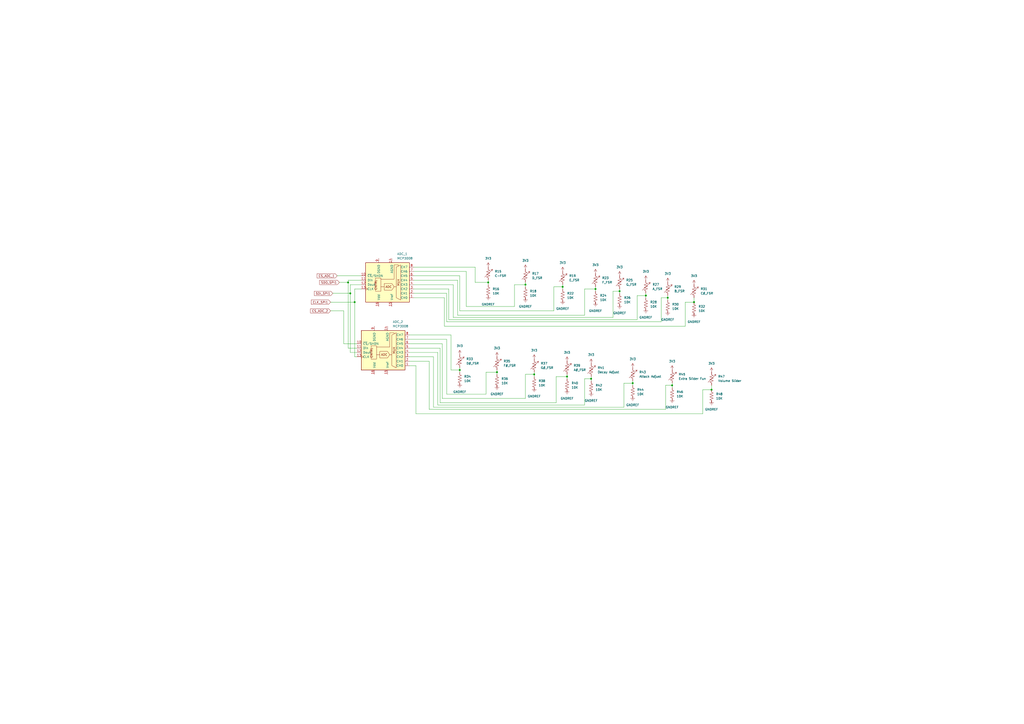
<source format=kicad_sch>
(kicad_sch (version 20231120) (generator "eeschema") (generator_version "8.0")
  (paper "A2")
  (lib_symbols
    (symbol "Analog_ADC:MCP3008" (pin_names (offset 1.016))
      (property "Reference" "U" (at -5.08 13.335 0))
      (property "Value" "MCP3008" (at -5.08 11.43 0))
      (symbol "MCP3008_0_0"
        (text "ADC" (at -0.635 1.27 0) (effects (font (size 1.27 1.27))))
        (text "CNTRL" (at 5.969 -2.921 900) (effects (font (size 1.27 1.27)) (justify left bottom)))
        (text "MUX" (at -6.35 -1.27 900) (effects (font (size 1.27 1.27))))
      )
      (symbol "MCP3008_0_1"
        (polyline (pts (xy -3.81 1.27) (xy -5.08 1.27)))
        (polyline (pts (xy 1.905 1.27) (xy 3.81 1.27)))
        (polyline (pts (xy -7.62 8.89) (xy -7.62 -11.43) (xy -5.08 -10.16) (xy -5.08 7.62) (xy -7.62 8.89)))
        (polyline (pts (xy 3.81 -3.175) (xy -3.81 -3.175) (xy -3.81 -11.43) (xy -6.35 -11.43) (xy -6.35 -10.795)))
        (polyline (pts (xy 1.905 3.175) (xy 1.905 -0.635) (xy -2.54 -0.635) (xy -3.81 1.27) (xy -2.54 3.175) (xy 1.905 3.175)))
        (rectangle (start 3.81 -3.81) (end 6.985 3.81))
        (rectangle (start 12.7 -12.7) (end -12.7 10.16) (stroke (width 0.254)) (fill (type background)))
      )
      (symbol "MCP3008_1_1"
        (pin input line (at -15.24 7.62 0) (length 2.54) (name "CH0") (number "1"))
        (pin input line (at 15.24 -5.08 180) (length 2.54) (name "~{CS}/SHDN") (number "10"))
        (pin input line (at 15.24 -2.54 180) (length 2.54) (name "Din") (number "11"))
        (pin output line (at 15.24 0 180) (length 2.54) (name "Dout") (number "12"))
        (pin input clock (at 15.24 2.54 180) (length 2.54) (name "CLK") (number "13"))
        (pin power_in line (at -2.54 -15.24 90) (length 2.54) (name "AGND") (number "14"))
        (pin power_in line (at -2.54 12.7 270) (length 2.54) (name "Vref") (number "15"))
        (pin power_in line (at 5.08 12.7 270) (length 2.54) (name "Vdd") (number "16"))
        (pin input line (at -15.24 5.08 0) (length 2.54) (name "CH1") (number "2"))
        (pin input line (at -15.24 2.54 0) (length 2.54) (name "CH2") (number "3"))
        (pin input line (at -15.24 0 0) (length 2.54) (name "CH3") (number "4"))
        (pin input line (at -15.24 -2.54 0) (length 2.54) (name "CH4") (number "5"))
        (pin input line (at -15.24 -5.08 0) (length 2.54) (name "CH5") (number "6"))
        (pin input line (at -15.24 -7.62 0) (length 2.54) (name "CH6") (number "7"))
        (pin input line (at -15.24 -10.16 0) (length 2.54) (name "CH7") (number "8"))
        (pin power_in line (at 5.08 -15.24 90) (length 2.54) (name "DGND") (number "9"))
      )
    )
    (symbol "Device:R_US" (pin_numbers hide) (pin_names (offset 0))
      (property "Reference" "R" (at 2.54 0 90))
      (property "Value" "R_US" (at -2.54 0 90))
      (symbol "R_US_0_1"
        (polyline (pts (xy 0 -2.286) (xy 0 -2.54)))
        (polyline (pts (xy 0 2.286) (xy 0 2.54)))
        (polyline (pts (xy 0 -0.762) (xy 1.016 -1.143) (xy 0 -1.524) (xy -1.016 -1.905) (xy 0 -2.286)))
        (polyline (pts (xy 0 0.762) (xy 1.016 0.381) (xy 0 0) (xy -1.016 -0.381) (xy 0 -0.762)))
        (polyline (pts (xy 0 2.286) (xy 1.016 1.905) (xy 0 1.524) (xy -1.016 1.143) (xy 0 0.762)))
      )
      (symbol "R_US_1_1"
        (pin passive line (at 0 3.81 270) (length 1.27) (name "~") (number "1"))
        (pin passive line (at 0 -3.81 90) (length 1.27) (name "~") (number "2"))
      )
    )
    (symbol "Device:R_Variable_US" (pin_numbers hide) (pin_names (offset 0))
      (property "Reference" "R" (at 2.54 -2.54 90))
      (property "Value" "R_Variable_US" (at -2.54 -1.27 90))
      (symbol "R_Variable_US_0_1"
        (polyline (pts (xy 0 -2.286) (xy 0 -2.54)))
        (polyline (pts (xy 0 2.286) (xy 0 2.54)))
        (polyline (pts (xy 0 -0.762) (xy 1.016 -1.143) (xy 0 -1.524) (xy -1.016 -1.905) (xy 0 -2.286)))
        (polyline (pts (xy 0 0.762) (xy 1.016 0.381) (xy 0 0) (xy -1.016 -0.381) (xy 0 -0.762)))
        (polyline (pts (xy 0 2.286) (xy 1.016 1.905) (xy 0 1.524) (xy -1.016 1.143) (xy 0 0.762)) (stroke (width 0.1524)))
        (polyline (pts (xy 2.286 1.524) (xy 2.54 2.54) (xy 1.524 2.286) (xy 2.54 2.54) (xy -2.032 -2.032)) (stroke (width 0.1524)))
      )
      (symbol "R_Variable_US_1_1"
        (pin passive line (at 0 3.81 270) (length 1.27) (name "~") (number "1"))
        (pin passive line (at 0 -3.81 90) (length 1.27) (name "~") (number "2"))
      )
    )
    (symbol "power:GNDREF" (power) (pin_numbers hide) (pin_names (offset 0) hide)
      (property "Value" "GNDREF" (at 0 -3.81 0))
      (symbol "GNDREF_0_1"
        (polyline (pts (xy -0.635 -1.905) (xy 0.635 -1.905)))
        (polyline (pts (xy -0.127 -2.54) (xy 0.127 -2.54)))
        (polyline (pts (xy 0 -1.27) (xy 0 0)))
        (polyline (pts (xy 1.27 -1.27) (xy -1.27 -1.27)))
      )
      (symbol "GNDREF_1_1"
        (pin power_in line (at 0 0 270) (length 0) (name "~") (number "1"))
      )
    )
    (symbol "power:VDD" (power) (pin_numbers hide) (pin_names (offset 0) hide)
      (property "Value" "VDD" (at 0 3.556 0))
      (symbol "VDD_0_1"
        (polyline (pts (xy -0.762 1.27) (xy 0 2.54)))
        (polyline (pts (xy 0 0) (xy 0 2.54)))
        (polyline (pts (xy 0 2.54) (xy 0.762 1.27)))
      )
      (symbol "VDD_1_1"
        (pin power_in line (at 0 0 90) (length 0) (name "~") (number "1"))
      )
    )
  )
  (junction (at 374.65 171.45))
  (junction (at 288.29 215.9))
  (junction (at 342.9 219.71))
  (junction (at 201.93 163.83))
  (junction (at 283.21 163.83))
  (junction (at 309.88 217.17))
  (junction (at 345.44 167.64))
  (junction (at 266.7 214.63))
  (junction (at 387.35 172.72))
  (junction (at 412.75 226.06))
  (junction (at 326.39 166.37))
  (junction (at 328.93 218.44))
  (junction (at 389.89 223.52))
  (junction (at 359.41 168.91))
  (junction (at 205.74 175.26))
  (junction (at 304.8 165.1))
  (junction (at 367.03 222.25))
  (junction (at 203.2 170.18))
  (junction (at 402.59 175.26))
  (wire (pts (xy 209.55 165.1) (xy 203.2 165.1)))
  (wire (pts (xy 383.54 172.72) (xy 387.35 172.72)))
  (wire (pts (xy 261.62 194.31) (xy 261.62 214.63)))
  (wire (pts (xy 257.81 189.23) (xy 397.51 189.23)))
  (wire (pts (xy 359.41 167.64) (xy 359.41 168.91)))
  (wire (pts (xy 196.85 163.83) (xy 201.93 163.83)))
  (wire (pts (xy 275.59 154.94) (xy 275.59 163.83)))
  (wire (pts (xy 270.51 177.8) (xy 298.45 177.8)))
  (wire (pts (xy 342.9 219.71) (xy 342.9 220.98)))
  (wire (pts (xy 328.93 218.44) (xy 328.93 219.71)))
  (wire (pts (xy 386.08 237.49) (xy 248.92 237.49)))
  (wire (pts (xy 240.03 172.72) (xy 257.81 172.72)))
  (wire (pts (xy 191.77 180.34) (xy 199.39 180.34)))
  (wire (pts (xy 386.08 223.52) (xy 389.89 223.52)))
  (wire (pts (xy 407.67 226.06) (xy 412.75 226.06)))
  (wire (pts (xy 322.58 233.68) (xy 255.27 233.68)))
  (wire (pts (xy 402.59 172.72) (xy 402.59 175.26)))
  (wire (pts (xy 281.94 215.9) (xy 288.29 215.9)))
  (wire (pts (xy 260.35 185.42) (xy 369.57 185.42)))
  (wire (pts (xy 367.03 222.25) (xy 367.03 223.52)))
  (wire (pts (xy 266.7 160.02) (xy 266.7 180.34)))
  (wire (pts (xy 322.58 218.44) (xy 328.93 218.44)))
  (wire (pts (xy 256.54 231.14) (xy 256.54 199.39)))
  (wire (pts (xy 283.21 163.83) (xy 283.21 165.1)))
  (wire (pts (xy 407.67 240.03) (xy 241.3 240.03)))
  (wire (pts (xy 387.35 172.72) (xy 387.35 173.99)))
  (wire (pts (xy 281.94 228.6) (xy 281.94 215.9)))
  (wire (pts (xy 283.21 162.56) (xy 283.21 163.83)))
  (wire (pts (xy 304.8 217.17) (xy 309.88 217.17)))
  (wire (pts (xy 321.31 166.37) (xy 326.39 166.37)))
  (wire (pts (xy 326.39 165.1) (xy 326.39 166.37)))
  (wire (pts (xy 265.43 182.88) (xy 339.09 182.88)))
  (wire (pts (xy 205.74 207.01) (xy 205.74 175.26)))
  (wire (pts (xy 361.95 236.22) (xy 251.46 236.22)))
  (wire (pts (xy 355.6 168.91) (xy 359.41 168.91)))
  (wire (pts (xy 339.09 234.95) (xy 254 234.95)))
  (wire (pts (xy 260.35 167.64) (xy 260.35 185.42)))
  (wire (pts (xy 339.09 167.64) (xy 345.44 167.64)))
  (wire (pts (xy 342.9 218.44) (xy 342.9 219.71)))
  (wire (pts (xy 203.2 165.1) (xy 203.2 170.18)))
  (wire (pts (xy 241.3 212.09) (xy 237.49 212.09)))
  (wire (pts (xy 339.09 219.71) (xy 342.9 219.71)))
  (wire (pts (xy 251.46 236.22) (xy 251.46 207.01)))
  (wire (pts (xy 374.65 170.18) (xy 374.65 171.45)))
  (wire (pts (xy 322.58 233.68) (xy 322.58 218.44)))
  (wire (pts (xy 270.51 157.48) (xy 270.51 177.8)))
  (wire (pts (xy 328.93 217.17) (xy 328.93 218.44)))
  (wire (pts (xy 345.44 166.37) (xy 345.44 167.64)))
  (wire (pts (xy 207.01 201.93) (xy 201.93 201.93)))
  (wire (pts (xy 262.89 184.15) (xy 355.6 184.15)))
  (wire (pts (xy 199.39 180.34) (xy 199.39 199.39)))
  (wire (pts (xy 240.03 154.94) (xy 275.59 154.94)))
  (wire (pts (xy 199.39 199.39) (xy 207.01 199.39)))
  (wire (pts (xy 266.7 214.63) (xy 266.7 215.9)))
  (wire (pts (xy 326.39 166.37) (xy 326.39 167.64)))
  (wire (pts (xy 259.08 228.6) (xy 259.08 196.85)))
  (wire (pts (xy 383.54 186.69) (xy 383.54 172.72)))
  (wire (pts (xy 240.03 170.18) (xy 259.08 170.18)))
  (wire (pts (xy 265.43 162.56) (xy 265.43 182.88)))
  (wire (pts (xy 254 204.47) (xy 237.49 204.47)))
  (wire (pts (xy 257.81 172.72) (xy 257.81 189.23)))
  (wire (pts (xy 397.51 189.23) (xy 397.51 175.26)))
  (wire (pts (xy 261.62 214.63) (xy 266.7 214.63)))
  (wire (pts (xy 254 234.95) (xy 254 204.47)))
  (wire (pts (xy 339.09 234.95) (xy 339.09 219.71)))
  (wire (pts (xy 240.03 165.1) (xy 262.89 165.1)))
  (wire (pts (xy 205.74 175.26) (xy 205.74 167.64)))
  (wire (pts (xy 255.27 233.68) (xy 255.27 201.93)))
  (wire (pts (xy 241.3 240.03) (xy 241.3 212.09)))
  (wire (pts (xy 389.89 222.25) (xy 389.89 223.52)))
  (wire (pts (xy 248.92 209.55) (xy 237.49 209.55)))
  (wire (pts (xy 288.29 215.9) (xy 288.29 217.17)))
  (wire (pts (xy 201.93 163.83) (xy 201.93 162.56)))
  (wire (pts (xy 288.29 214.63) (xy 288.29 215.9)))
  (wire (pts (xy 361.95 222.25) (xy 367.03 222.25)))
  (wire (pts (xy 355.6 184.15) (xy 355.6 168.91)))
  (wire (pts (xy 240.03 167.64) (xy 260.35 167.64)))
  (wire (pts (xy 275.59 163.83) (xy 283.21 163.83)))
  (wire (pts (xy 359.41 168.91) (xy 359.41 170.18)))
  (wire (pts (xy 304.8 231.14) (xy 256.54 231.14)))
  (wire (pts (xy 262.89 165.1) (xy 262.89 184.15)))
  (wire (pts (xy 389.89 223.52) (xy 389.89 224.79)))
  (wire (pts (xy 240.03 160.02) (xy 266.7 160.02)))
  (wire (pts (xy 309.88 217.17) (xy 309.88 218.44)))
  (wire (pts (xy 259.08 186.69) (xy 383.54 186.69)))
  (wire (pts (xy 259.08 170.18) (xy 259.08 186.69)))
  (wire (pts (xy 298.45 165.1) (xy 304.8 165.1)))
  (wire (pts (xy 255.27 201.93) (xy 237.49 201.93)))
  (wire (pts (xy 304.8 165.1) (xy 304.8 166.37)))
  (wire (pts (xy 240.03 162.56) (xy 265.43 162.56)))
  (wire (pts (xy 203.2 170.18) (xy 203.2 204.47)))
  (wire (pts (xy 361.95 236.22) (xy 361.95 222.25)))
  (wire (pts (xy 266.7 213.36) (xy 266.7 214.63)))
  (wire (pts (xy 201.93 162.56) (xy 209.55 162.56)))
  (wire (pts (xy 205.74 167.64) (xy 209.55 167.64)))
  (wire (pts (xy 251.46 207.01) (xy 237.49 207.01)))
  (wire (pts (xy 345.44 167.64) (xy 345.44 168.91)))
  (wire (pts (xy 387.35 171.45) (xy 387.35 172.72)))
  (wire (pts (xy 203.2 204.47) (xy 207.01 204.47)))
  (wire (pts (xy 237.49 199.39) (xy 256.54 199.39)))
  (wire (pts (xy 237.49 196.85) (xy 259.08 196.85)))
  (wire (pts (xy 412.75 223.52) (xy 412.75 226.06)))
  (wire (pts (xy 304.8 231.14) (xy 304.8 217.17)))
  (wire (pts (xy 386.08 237.49) (xy 386.08 223.52)))
  (wire (pts (xy 374.65 171.45) (xy 374.65 172.72)))
  (wire (pts (xy 369.57 171.45) (xy 374.65 171.45)))
  (wire (pts (xy 248.92 237.49) (xy 248.92 209.55)))
  (wire (pts (xy 407.67 240.03) (xy 407.67 226.06)))
  (wire (pts (xy 309.88 215.9) (xy 309.88 217.17)))
  (wire (pts (xy 266.7 180.34) (xy 321.31 180.34)))
  (wire (pts (xy 193.04 170.18) (xy 203.2 170.18)))
  (wire (pts (xy 207.01 207.01) (xy 205.74 207.01)))
  (wire (pts (xy 195.58 160.02) (xy 209.55 160.02)))
  (wire (pts (xy 321.31 180.34) (xy 321.31 166.37)))
  (wire (pts (xy 397.51 175.26) (xy 402.59 175.26)))
  (wire (pts (xy 304.8 163.83) (xy 304.8 165.1)))
  (wire (pts (xy 367.03 220.98) (xy 367.03 222.25)))
  (wire (pts (xy 369.57 185.42) (xy 369.57 171.45)))
  (wire (pts (xy 240.03 157.48) (xy 270.51 157.48)))
  (wire (pts (xy 339.09 182.88) (xy 339.09 167.64)))
  (wire (pts (xy 281.94 228.6) (xy 259.08 228.6)))
  (wire (pts (xy 298.45 177.8) (xy 298.45 165.1)))
  (wire (pts (xy 191.77 175.26) (xy 205.74 175.26)))
  (wire (pts (xy 237.49 194.31) (xy 261.62 194.31)))
  (wire (pts (xy 201.93 201.93) (xy 201.93 163.83)))
  (global_label "SDI_SPI1" (shape input) (at 193.04 170.18 180) (property "Intersheetrefs" "${INTERSHEET_REFS}" (effects (hide yes))))
  (global_label "CS_ADC_2" (shape input) (at 191.77 180.34 180) (property "Intersheetrefs" "${INTERSHEET_REFS}" (effects (hide yes))))
  (global_label "SDO_SPI1" (shape input) (at 196.85 163.83 180) (property "Intersheetrefs" "${INTERSHEET_REFS}" (effects (hide yes))))
  (global_label "CS_ADC_1" (shape input) (at 195.58 160.02 180) (property "Intersheetrefs" "${INTERSHEET_REFS}" (effects (hide yes))))
  (global_label "CLK_SPI1" (shape input) (at 191.77 175.26 180) (property "Intersheetrefs" "${INTERSHEET_REFS}" (effects (hide yes))))
  (symbol (lib_id "Device:R_Variable_US") (at 304.8 160.02 0) (unit 1)
    (property "Reference" "R17" (at 308.61 158.7118 0) (effects (justify left)))
    (property "Value" "D_FSR" (at 308.61 161.2518 0) (effects (justify left)))
    (property "Description" "Variable resistor, US symbol" (effects (hide yes)))
  )
  (symbol (lib_id "power:GNDREF") (at 326.39 173.99 0) (unit 1)
    (property "Reference" "#PWR060" (effects (hide yes)))
    (property "Value" "GNDREF" (at 326.39 179.07 0))
    (property "Description" "Power symbol creates a global label with name \"GNDREF\" , reference supply ground" (effects (hide yes)))
  )
  (symbol (lib_id "Device:R_US") (at 309.88 222.25 0) (unit 1)
    (property "Reference" "R38" (at 312.42 220.9799 0) (effects (justify left)))
    (property "Value" "10K" (at 312.42 223.5199 0) (effects (justify left)))
    (property "Description" "Resistor, US symbol" (effects (hide yes)))
  )
  (symbol (lib_id "Device:R_US") (at 266.7 219.71 0) (unit 1)
    (property "Reference" "R34" (at 269.24 218.4399 0) (effects (justify left)))
    (property "Value" "10K" (at 269.24 220.9799 0) (effects (justify left)))
    (property "Description" "Resistor, US symbol" (effects (hide yes)))
  )
  (symbol (lib_id "Device:R_US") (at 387.35 177.8 0) (unit 1)
    (property "Reference" "R30" (at 389.89 176.5299 0) (effects (justify left)))
    (property "Value" "10K" (at 389.89 179.0699 0) (effects (justify left)))
    (property "Description" "Resistor, US symbol" (effects (hide yes)))
  )
  (symbol (lib_id "power:VDD") (at 345.44 158.75 0) (unit 1)
    (property "Reference" "#PWR061" (effects (hide yes)))
    (property "Value" "3V3" (at 345.44 153.67 0))
    (property "Description" "Power symbol creates a global label with name \"VDD\"" (effects (hide yes)))
  )
  (symbol (lib_id "Device:R_Variable_US") (at 345.44 162.56 0) (unit 1)
    (property "Reference" "R23" (at 349.25 161.2518 0) (effects (justify left)))
    (property "Value" "F_FSR" (at 349.25 163.7918 0) (effects (justify left)))
    (property "Description" "Variable resistor, US symbol" (effects (hide yes)))
  )
  (symbol (lib_id "Analog_ADC:MCP3008") (at 222.25 204.47 180) (unit 1)
    (property "Reference" "ADC_2" (at 227.8065 186.69 0) (effects (justify right)))
    (property "Value" "MCP3008" (at 227.8065 189.23 0) (effects (justify right)))
    (property "Datasheet" "http://ww1.microchip.com/downloads/en/DeviceDoc/21295d.pdf" (effects (hide yes)))
    (property "Description" "A/D Converter, 10-Bit, 8-Channel, SPI Interface , 2.7V-5.5V" (effects (hide yes)))
  )
  (symbol (lib_id "Device:R_Variable_US") (at 309.88 212.09 0) (unit 1)
    (property "Reference" "R37" (at 313.69 210.7818 0) (effects (justify left)))
    (property "Value" "G#_FSR" (at 313.69 213.3218 0) (effects (justify left)))
    (property "Description" "Variable resistor, US symbol" (effects (hide yes)))
  )
  (symbol (lib_id "power:GNDREF") (at 288.29 223.52 0) (unit 1)
    (property "Reference" "#PWR074" (effects (hide yes)))
    (property "Value" "GNDREF" (at 288.29 228.6 0))
    (property "Description" "Power symbol creates a global label with name \"GNDREF\" , reference supply ground" (effects (hide yes)))
  )
  (symbol (lib_id "Device:R_US") (at 412.75 229.87 0) (unit 1)
    (property "Reference" "R48" (at 415.29 228.5999 0) (effects (justify left)))
    (property "Value" "10K" (at 415.29 231.1399 0) (effects (justify left)))
    (property "Description" "Resistor, US symbol" (effects (hide yes)))
  )
  (symbol (lib_id "power:GNDREF") (at 387.35 180.34 0) (unit 1)
    (property "Reference" "#PWR068" (effects (hide yes)))
    (property "Value" "GNDREF" (at 387.35 185.42 0))
    (property "Description" "Power symbol creates a global label with name \"GNDREF\" , reference supply ground" (effects (hide yes)))
  )
  (symbol (lib_id "Analog_ADC:MCP3008") (at 224.79 165.1 180) (unit 1)
    (property "Reference" "ADC_1" (at 230.3465 147.32 0) (effects (justify right)))
    (property "Value" "MCP3008" (at 230.3465 149.86 0) (effects (justify right)))
    (property "Datasheet" "http://ww1.microchip.com/downloads/en/DeviceDoc/21295d.pdf" (effects (hide yes)))
    (property "Description" "A/D Converter, 10-Bit, 8-Channel, SPI Interface , 2.7V-5.5V" (effects (hide yes)))
  )
  (symbol (lib_id "Device:R_Variable_US") (at 326.39 161.29 0) (unit 1)
    (property "Reference" "R19" (at 330.2 159.9818 0) (effects (justify left)))
    (property "Value" "E_FSR" (at 330.2 162.5218 0) (effects (justify left)))
    (property "Description" "Variable resistor, US symbol" (effects (hide yes)))
  )
  (symbol (lib_id "Device:R_US") (at 374.65 176.53 0) (unit 1)
    (property "Reference" "R28" (at 377.19 175.2599 0) (effects (justify left)))
    (property "Value" "10K" (at 377.19 177.7999 0) (effects (justify left)))
    (property "Description" "Resistor, US symbol" (effects (hide yes)))
  )
  (symbol (lib_id "power:GNDREF") (at 342.9 227.33 0) (unit 1)
    (property "Reference" "#PWR080" (effects (hide yes)))
    (property "Value" "GNDREF" (at 342.9 232.41 0))
    (property "Description" "Power symbol creates a global label with name \"GNDREF\" , reference supply ground" (effects (hide yes)))
  )
  (symbol (lib_id "power:GNDREF") (at 412.75 232.41 0) (unit 1)
    (property "Reference" "#PWR086" (effects (hide yes)))
    (property "Value" "GNDREF" (at 412.75 237.49 0))
    (property "Description" "Power symbol creates a global label with name \"GNDREF\" , reference supply ground" (effects (hide yes)))
  )
  (symbol (lib_id "Device:R_US") (at 402.59 179.07 0) (unit 1)
    (property "Reference" "R32" (at 405.13 177.7999 0) (effects (justify left)))
    (property "Value" "10K" (at 405.13 180.3399 0) (effects (justify left)))
    (property "Description" "Resistor, US symbol" (effects (hide yes)))
  )
  (symbol (lib_id "power:VDD") (at 309.88 208.28 0) (unit 1)
    (property "Reference" "#PWR075" (effects (hide yes)))
    (property "Value" "3V3" (at 309.88 203.2 0))
    (property "Description" "Power symbol creates a global label with name \"VDD\"" (effects (hide yes)))
  )
  (symbol (lib_id "Device:R_Variable_US") (at 374.65 166.37 0) (unit 1)
    (property "Reference" "R27" (at 378.46 165.0618 0) (effects (justify left)))
    (property "Value" "A_FSR" (at 378.46 167.6018 0) (effects (justify left)))
    (property "Description" "Variable resistor, US symbol" (effects (hide yes)))
  )
  (symbol (lib_id "Device:R_US") (at 359.41 173.99 0) (unit 1)
    (property "Reference" "R26" (at 361.95 172.7199 0) (effects (justify left)))
    (property "Value" "10K" (at 361.95 175.2599 0) (effects (justify left)))
    (property "Description" "Resistor, US symbol" (effects (hide yes)))
  )
  (symbol (lib_id "Device:R_US") (at 389.89 228.6 0) (unit 1)
    (property "Reference" "R46" (at 392.43 227.3299 0) (effects (justify left)))
    (property "Value" "10K" (at 392.43 229.8699 0) (effects (justify left)))
    (property "Description" "Resistor, US symbol" (effects (hide yes)))
  )
  (symbol (lib_id "power:VDD") (at 367.03 213.36 0) (unit 1)
    (property "Reference" "#PWR081" (effects (hide yes)))
    (property "Value" "3V3" (at 367.03 208.28 0))
    (property "Description" "Power symbol creates a global label with name \"VDD\"" (effects (hide yes)))
  )
  (symbol (lib_id "power:VDD") (at 389.89 214.63 0) (unit 1)
    (property "Reference" "#PWR083" (effects (hide yes)))
    (property "Value" "3V3" (at 389.89 209.55 0))
    (property "Description" "Power symbol creates a global label with name \"VDD\"" (effects (hide yes)))
  )
  (symbol (lib_id "power:VDD") (at 266.7 205.74 0) (unit 1)
    (property "Reference" "#PWR071" (effects (hide yes)))
    (property "Value" "3V3" (at 266.7 200.66 0))
    (property "Description" "Power symbol creates a global label with name \"VDD\"" (effects (hide yes)))
  )
  (symbol (lib_id "Device:R_US") (at 288.29 220.98 0) (unit 1)
    (property "Reference" "R36" (at 290.83 219.7099 0) (effects (justify left)))
    (property "Value" "10K" (at 290.83 222.2499 0) (effects (justify left)))
    (property "Description" "Resistor, US symbol" (effects (hide yes)))
  )
  (symbol (lib_id "power:GNDREF") (at 374.65 179.07 0) (unit 1)
    (property "Reference" "#PWR066" (effects (hide yes)))
    (property "Value" "GNDREF" (at 374.65 184.15 0))
    (property "Description" "Power symbol creates a global label with name \"GNDREF\" , reference supply ground" (effects (hide yes)))
  )
  (symbol (lib_id "power:VDD") (at 288.29 207.01 0) (unit 1)
    (property "Reference" "#PWR073" (effects (hide yes)))
    (property "Value" "3V3" (at 288.29 201.93 0))
    (property "Description" "Power symbol creates a global label with name \"VDD\"" (effects (hide yes)))
  )
  (symbol (lib_id "power:VDD") (at 326.39 157.48 0) (unit 1)
    (property "Reference" "#PWR059" (effects (hide yes)))
    (property "Value" "3V3" (at 326.39 152.4 0))
    (property "Description" "Power symbol creates a global label with name \"VDD\"" (effects (hide yes)))
  )
  (symbol (lib_id "power:VDD") (at 304.8 156.21 0) (unit 1)
    (property "Reference" "#PWR057" (effects (hide yes)))
    (property "Value" "3V3" (at 304.8 151.13 0))
    (property "Description" "Power symbol creates a global label with name \"VDD\"" (effects (hide yes)))
  )
  (symbol (lib_id "power:GNDREF") (at 367.03 229.87 0) (unit 1)
    (property "Reference" "#PWR082" (effects (hide yes)))
    (property "Value" "GNDREF" (at 367.03 234.95 0))
    (property "Description" "Power symbol creates a global label with name \"GNDREF\" , reference supply ground" (effects (hide yes)))
  )
  (symbol (lib_id "Device:R_US") (at 345.44 172.72 0) (unit 1)
    (property "Reference" "R24" (at 347.98 171.4499 0) (effects (justify left)))
    (property "Value" "10K" (at 347.98 173.9899 0) (effects (justify left)))
    (property "Description" "Resistor, US symbol" (effects (hide yes)))
  )
  (symbol (lib_id "Device:R_Variable_US") (at 342.9 214.63 0) (unit 1)
    (property "Reference" "R41" (at 346.71 213.3218 0) (effects (justify left)))
    (property "Value" "Decay Adjust" (at 346.71 215.8618 0) (effects (justify left)))
    (property "Description" "Variable resistor, US symbol" (effects (hide yes)))
  )
  (symbol (lib_id "Device:R_US") (at 342.9 224.79 0) (unit 1)
    (property "Reference" "R42" (at 345.44 223.5199 0) (effects (justify left)))
    (property "Value" "10K" (at 345.44 226.0599 0) (effects (justify left)))
    (property "Description" "Resistor, US symbol" (effects (hide yes)))
  )
  (symbol (lib_id "power:VDD") (at 328.93 209.55 0) (unit 1)
    (property "Reference" "#PWR077" (effects (hide yes)))
    (property "Value" "3V3" (at 328.93 204.47 0))
    (property "Description" "Power symbol creates a global label with name \"VDD\"" (effects (hide yes)))
  )
  (symbol (lib_id "power:VDD") (at 342.9 210.82 0) (unit 1)
    (property "Reference" "#PWR079" (effects (hide yes)))
    (property "Value" "3V3" (at 342.9 205.74 0))
    (property "Description" "Power symbol creates a global label with name \"VDD\"" (effects (hide yes)))
  )
  (symbol (lib_id "Device:R_Variable_US") (at 389.89 218.44 0) (unit 1)
    (property "Reference" "R45" (at 393.7 217.1318 0) (effects (justify left)))
    (property "Value" "Extra Slider Fun" (at 393.7 219.6718 0) (effects (justify left)))
    (property "Description" "Variable resistor, US symbol" (effects (hide yes)))
  )
  (symbol (lib_id "Device:R_Variable_US") (at 283.21 158.75 0) (unit 1)
    (property "Reference" "R15" (at 287.02 157.4418 0) (effects (justify left)))
    (property "Value" "C-FSR" (at 287.02 159.9818 0) (effects (justify left)))
    (property "Description" "Variable resistor, US symbol" (effects (hide yes)))
  )
  (symbol (lib_id "Device:R_US") (at 326.39 171.45 0) (unit 1)
    (property "Reference" "R22" (at 328.93 170.1799 0) (effects (justify left)))
    (property "Value" "10K" (at 328.93 172.7199 0) (effects (justify left)))
    (property "Description" "Resistor, US symbol" (effects (hide yes)))
  )
  (symbol (lib_id "Device:R_Variable_US") (at 367.03 217.17 0) (unit 1)
    (property "Reference" "R43" (at 370.84 215.8618 0) (effects (justify left)))
    (property "Value" "Attack Adjust" (at 370.84 218.4018 0) (effects (justify left)))
    (property "Description" "Variable resistor, US symbol" (effects (hide yes)))
  )
  (symbol (lib_id "power:GNDREF") (at 304.8 172.72 0) (unit 1)
    (property "Reference" "#PWR058" (effects (hide yes)))
    (property "Value" "GNDREF" (at 304.8 177.8 0))
    (property "Description" "Power symbol creates a global label with name \"GNDREF\" , reference supply ground" (effects (hide yes)))
  )
  (symbol (lib_id "Device:R_Variable_US") (at 387.35 167.64 0) (unit 1)
    (property "Reference" "R29" (at 391.16 166.3318 0) (effects (justify left)))
    (property "Value" "B_FSR" (at 391.16 168.8718 0) (effects (justify left)))
    (property "Description" "Variable resistor, US symbol" (effects (hide yes)))
  )
  (symbol (lib_id "Device:R_Variable_US") (at 359.41 163.83 0) (unit 1)
    (property "Reference" "R25" (at 363.22 162.5218 0) (effects (justify left)))
    (property "Value" "G_FSR" (at 363.22 165.0618 0) (effects (justify left)))
    (property "Description" "Variable resistor, US symbol" (effects (hide yes)))
  )
  (symbol (lib_id "power:GNDREF") (at 328.93 226.06 0) (unit 1)
    (property "Reference" "#PWR078" (effects (hide yes)))
    (property "Value" "GNDREF" (at 328.93 231.14 0))
    (property "Description" "Power symbol creates a global label with name \"GNDREF\" , reference supply ground" (effects (hide yes)))
  )
  (symbol (lib_id "power:GNDREF") (at 389.89 231.14 0) (unit 1)
    (property "Reference" "#PWR084" (effects (hide yes)))
    (property "Value" "GNDREF" (at 389.89 236.22 0))
    (property "Description" "Power symbol creates a global label with name \"GNDREF\" , reference supply ground" (effects (hide yes)))
  )
  (symbol (lib_id "Device:R_Variable_US") (at 266.7 209.55 0) (unit 1)
    (property "Reference" "R33" (at 270.51 208.2418 0) (effects (justify left)))
    (property "Value" "D#_FSR" (at 270.51 210.7818 0) (effects (justify left)))
    (property "Description" "Variable resistor, US symbol" (effects (hide yes)))
  )
  (symbol (lib_id "Device:R_Variable_US") (at 328.93 213.36 0) (unit 1)
    (property "Reference" "R39" (at 332.74 212.0518 0) (effects (justify left)))
    (property "Value" "A#_FSR" (at 332.74 214.5918 0) (effects (justify left)))
    (property "Description" "Variable resistor, US symbol" (effects (hide yes)))
  )
  (symbol (lib_id "Device:R_US") (at 283.21 168.91 0) (unit 1)
    (property "Reference" "R16" (at 285.75 167.6399 0) (effects (justify left)))
    (property "Value" "10K" (at 285.75 170.1799 0) (effects (justify left)))
    (property "Description" "Resistor, US symbol" (effects (hide yes)))
  )
  (symbol (lib_id "Device:R_US") (at 367.03 227.33 0) (unit 1)
    (property "Reference" "R44" (at 369.57 226.0599 0) (effects (justify left)))
    (property "Value" "10K" (at 369.57 228.5999 0) (effects (justify left)))
    (property "Description" "Resistor, US symbol" (effects (hide yes)))
  )
  (symbol (lib_id "Device:R_Variable_US") (at 402.59 168.91 0) (unit 1)
    (property "Reference" "R31" (at 406.4 167.6018 0) (effects (justify left)))
    (property "Value" "C#_FSR" (at 406.4 170.1418 0) (effects (justify left)))
    (property "Description" "Variable resistor, US symbol" (effects (hide yes)))
  )
  (symbol (lib_id "power:GNDREF") (at 345.44 175.26 0) (unit 1)
    (property "Reference" "#PWR062" (effects (hide yes)))
    (property "Value" "GNDREF" (at 345.44 180.34 0))
    (property "Description" "Power symbol creates a global label with name \"GNDREF\" , reference supply ground" (effects (hide yes)))
  )
  (symbol (lib_id "power:VDD") (at 402.59 165.1 0) (unit 1)
    (property "Reference" "#PWR069" (effects (hide yes)))
    (property "Value" "3V3" (at 402.59 160.02 0))
    (property "Description" "Power symbol creates a global label with name \"VDD\"" (effects (hide yes)))
  )
  (symbol (lib_id "power:GNDREF") (at 309.88 224.79 0) (unit 1)
    (property "Reference" "#PWR076" (effects (hide yes)))
    (property "Value" "GNDREF" (at 309.88 229.87 0))
    (property "Description" "Power symbol creates a global label with name \"GNDREF\" , reference supply ground" (effects (hide yes)))
  )
  (symbol (lib_id "power:VDD") (at 374.65 162.56 0) (unit 1)
    (property "Reference" "#PWR065" (effects (hide yes)))
    (property "Value" "3V3" (at 374.65 157.48 0))
    (property "Description" "Power symbol creates a global label with name \"VDD\"" (effects (hide yes)))
  )
  (symbol (lib_id "power:VDD") (at 387.35 163.83 0) (unit 1)
    (property "Reference" "#PWR067" (effects (hide yes)))
    (property "Value" "3V3" (at 387.35 158.75 0))
    (property "Description" "Power symbol creates a global label with name \"VDD\"" (effects (hide yes)))
  )
  (symbol (lib_id "Device:R_Variable_US") (at 288.29 210.82 0) (unit 1)
    (property "Reference" "R35" (at 292.1 209.5118 0) (effects (justify left)))
    (property "Value" "F#_FSR" (at 292.1 212.0518 0) (effects (justify left)))
    (property "Description" "Variable resistor, US symbol" (effects (hide yes)))
  )
  (symbol (lib_id "power:GNDREF") (at 266.7 222.25 0) (unit 1)
    (property "Reference" "#PWR072" (effects (hide yes)))
    (property "Value" "GNDREF" (at 266.7 227.33 0))
    (property "Description" "Power symbol creates a global label with name \"GNDREF\" , reference supply ground" (effects (hide yes)))
  )
  (symbol (lib_id "power:GNDREF") (at 283.21 171.45 0) (unit 1)
    (property "Reference" "#PWR055" (effects (hide yes)))
    (property "Value" "GNDREF" (at 283.21 176.53 0))
    (property "Description" "Power symbol creates a global label with name \"GNDREF\" , reference supply ground" (effects (hide yes)))
  )
  (symbol (lib_id "Device:R_Variable_US") (at 412.75 219.71 0) (unit 1)
    (property "Reference" "R47" (at 416.56 218.4018 0) (effects (justify left)))
    (property "Value" "Volume Slider" (at 416.56 220.9418 0) (effects (justify left)))
    (property "Description" "Variable resistor, US symbol" (effects (hide yes)))
  )
  (symbol (lib_id "power:GNDREF") (at 359.41 176.53 0) (unit 1)
    (property "Reference" "#PWR064" (effects (hide yes)))
    (property "Value" "GNDREF" (at 359.41 181.61 0))
    (property "Description" "Power symbol creates a global label with name \"GNDREF\" , reference supply ground" (effects (hide yes)))
  )
  (symbol (lib_id "power:VDD") (at 283.21 154.94 0) (unit 1)
    (property "Reference" "#PWR056" (effects (hide yes)))
    (property "Value" "3V3" (at 283.21 149.86 0))
    (property "Description" "Power symbol creates a global label with name \"VDD\"" (effects (hide yes)))
  )
  (symbol (lib_id "power:VDD") (at 359.41 160.02 0) (unit 1)
    (property "Reference" "#PWR063" (effects (hide yes)))
    (property "Value" "3V3" (at 359.41 154.94 0))
    (property "Description" "Power symbol creates a global label with name \"VDD\"" (effects (hide yes)))
  )
  (symbol (lib_id "Device:R_US") (at 328.93 223.52 0) (unit 1)
    (property "Reference" "R40" (at 331.47 222.2499 0) (effects (justify left)))
    (property "Value" "10K" (at 331.47 224.7899 0) (effects (justify left)))
    (property "Description" "Resistor, US symbol" (effects (hide yes)))
  )
  (symbol (lib_id "Device:R_US") (at 304.8 170.18 0) (unit 1)
    (property "Reference" "R18" (at 307.34 168.9099 0) (effects (justify left)))
    (property "Value" "10K" (at 307.34 171.4499 0) (effects (justify left)))
    (property "Description" "Resistor, US symbol" (effects (hide yes)))
  )
  (symbol (lib_id "power:GNDREF") (at 402.59 181.61 0) (unit 1)
    (property "Reference" "#PWR070" (effects (hide yes)))
    (property "Value" "GNDREF" (at 402.59 186.69 0))
    (property "Description" "Power symbol creates a global label with name \"GNDREF\" , reference supply ground" (effects (hide yes)))
  )
  (symbol (lib_id "power:VDD") (at 412.75 215.9 0) (unit 1)
    (property "Reference" "#PWR085" (effects (hide yes)))
    (property "Value" "3V3" (at 412.75 210.82 0))
    (property "Description" "Power symbol creates a global label with name \"VDD\"" (effects (hide yes)))
  )
)
</source>
